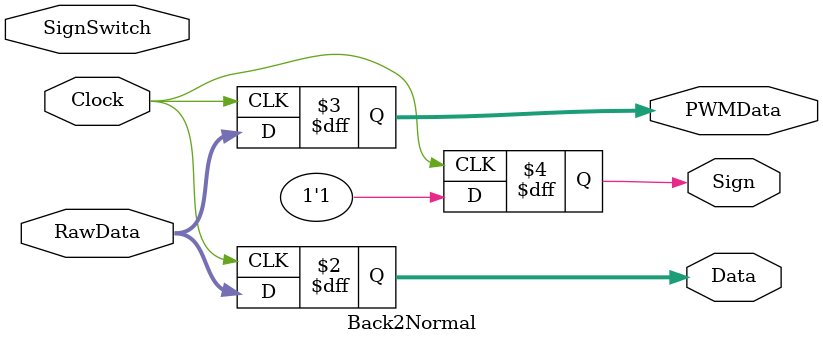
<source format=sv>
module Back2Normal (Clock,RawData,SignSwitch,Data,PWMData,Sign);
 parameter Size   = 4,
           Signed = "No",
			  Code   = "Str";
 localparam  ISize = (Signed == "No") ?
             Size : Size-1; 
 input  var bit Clock;
 input  var logic [Size-1:0] RawData;
 input  var logic SignSwitch;
 output var logic [Size-1:0] Data;
 output var logic [ISize-1:0] PWMData;
 output var logic Sign;
 
 generate
 
 if (Code == "Str" && Signed == "Yes")
 always @(posedge Clock)
 begin: straight_code
 Data = RawData;
 Sign = Data[Size-1];
 PWMData = Data[Size-2:0];
 end: straight_code
 
 else if (Code == "Inv" && Signed == "Yes")
 always @(posedge Clock)
 begin: inverted_code
 if (RawData >= 2**(Size-1))
 begin
 Data = 2**(Size)-RawData[Size-2:0]-1;
 Sign = Data[Size-1];
 PWMData = Data[Size-2:0];
 end
 else
 begin
 Data = RawData;
 Sign = Data[Size-1];
 PWMData = Data[Size-2:0];
 end
 end: inverted_code
 
 else if (Code == "Aug" && Signed == "Yes")
 always @(posedge Clock)
 begin: augmented_code
 if (RawData > 2**(Size-1))
 begin
 Data = 2**(Size)-RawData[Size-2:0];
 Sign = Data[Size-1];
 PWMData = Data[Size-2:0]; 
 end
 else
 begin
 Data = RawData;
 Sign = Data[Size-1];
 PWMData = Data[Size-2:0];
 end
 end: augmented_code
 
 else if (Signed == "No")
 always @(posedge Clock)
 begin: unsigned_code
 Data = RawData;
 Sign = 1;
 PWMData = Data; 
 end: unsigned_code
 
endgenerate

endmodule: Back2Normal
</source>
